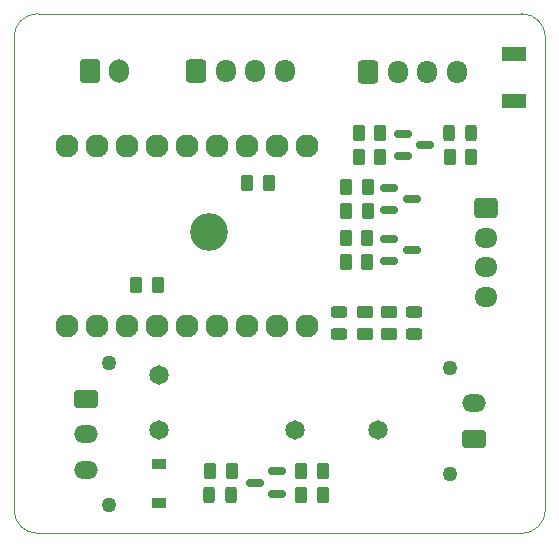
<source format=gts>
G04 #@! TF.GenerationSoftware,KiCad,Pcbnew,(6.0.7)*
G04 #@! TF.CreationDate,2022-12-11T16:42:55+01:00*
G04 #@! TF.ProjectId,StartStop_PCB,53746172-7453-4746-9f70-5f5043422e6b,rev?*
G04 #@! TF.SameCoordinates,Original*
G04 #@! TF.FileFunction,Soldermask,Top*
G04 #@! TF.FilePolarity,Negative*
%FSLAX46Y46*%
G04 Gerber Fmt 4.6, Leading zero omitted, Abs format (unit mm)*
G04 Created by KiCad (PCBNEW (6.0.7)) date 2022-12-11 16:42:55*
%MOMM*%
%LPD*%
G01*
G04 APERTURE LIST*
G04 Aperture macros list*
%AMRoundRect*
0 Rectangle with rounded corners*
0 $1 Rounding radius*
0 $2 $3 $4 $5 $6 $7 $8 $9 X,Y pos of 4 corners*
0 Add a 4 corners polygon primitive as box body*
4,1,4,$2,$3,$4,$5,$6,$7,$8,$9,$2,$3,0*
0 Add four circle primitives for the rounded corners*
1,1,$1+$1,$2,$3*
1,1,$1+$1,$4,$5*
1,1,$1+$1,$6,$7*
1,1,$1+$1,$8,$9*
0 Add four rect primitives between the rounded corners*
20,1,$1+$1,$2,$3,$4,$5,0*
20,1,$1+$1,$4,$5,$6,$7,0*
20,1,$1+$1,$6,$7,$8,$9,0*
20,1,$1+$1,$8,$9,$2,$3,0*%
G04 Aperture macros list end*
G04 #@! TA.AperFunction,Profile*
%ADD10C,0.100000*%
G04 #@! TD*
%ADD11RoundRect,0.250000X-0.600000X-0.750000X0.600000X-0.750000X0.600000X0.750000X-0.600000X0.750000X0*%
%ADD12O,1.700000X2.000000*%
%ADD13RoundRect,0.250000X-0.262500X-0.450000X0.262500X-0.450000X0.262500X0.450000X-0.262500X0.450000X0*%
%ADD14C,1.270000*%
%ADD15RoundRect,0.250001X-0.759999X0.499999X-0.759999X-0.499999X0.759999X-0.499999X0.759999X0.499999X0*%
%ADD16O,2.020000X1.500000*%
%ADD17R,2.000000X1.200000*%
%ADD18RoundRect,0.250000X0.450000X-0.262500X0.450000X0.262500X-0.450000X0.262500X-0.450000X-0.262500X0*%
%ADD19RoundRect,0.250000X-0.725000X0.600000X-0.725000X-0.600000X0.725000X-0.600000X0.725000X0.600000X0*%
%ADD20O,1.950000X1.700000*%
%ADD21RoundRect,0.150000X-0.587500X-0.150000X0.587500X-0.150000X0.587500X0.150000X-0.587500X0.150000X0*%
%ADD22C,1.955800*%
%ADD23RoundRect,0.250000X-0.600000X-0.725000X0.600000X-0.725000X0.600000X0.725000X-0.600000X0.725000X0*%
%ADD24O,1.700000X1.950000*%
%ADD25RoundRect,0.243750X-0.456250X0.243750X-0.456250X-0.243750X0.456250X-0.243750X0.456250X0.243750X0*%
%ADD26C,3.200000*%
%ADD27RoundRect,0.250000X0.262500X0.450000X-0.262500X0.450000X-0.262500X-0.450000X0.262500X-0.450000X0*%
%ADD28RoundRect,0.150000X0.587500X0.150000X-0.587500X0.150000X-0.587500X-0.150000X0.587500X-0.150000X0*%
%ADD29RoundRect,0.243750X0.243750X0.456250X-0.243750X0.456250X-0.243750X-0.456250X0.243750X-0.456250X0*%
%ADD30R,1.200000X0.900000*%
%ADD31C,1.650000*%
%ADD32RoundRect,0.243750X-0.243750X-0.456250X0.243750X-0.456250X0.243750X0.456250X-0.243750X0.456250X0*%
%ADD33RoundRect,0.250001X0.759999X-0.499999X0.759999X0.499999X-0.759999X0.499999X-0.759999X-0.499999X0*%
G04 APERTURE END LIST*
D10*
X144000000Y-81000000D02*
G75*
G03*
X146000000Y-79000000I0J2000000D01*
G01*
X103000000Y-37000000D02*
G75*
G03*
X101000000Y-39000000I0J-2000000D01*
G01*
X146000000Y-79000000D02*
X146000000Y-39000000D01*
X144000000Y-37000000D02*
X103000000Y-37000000D01*
X101000000Y-39000000D02*
X101000000Y-79000000D01*
X146000000Y-39000000D02*
G75*
G03*
X144000000Y-37000000I-2000000J0D01*
G01*
X101000000Y-79000000D02*
G75*
G03*
X103000000Y-81000000I2000000J0D01*
G01*
X103000000Y-81000000D02*
X144000000Y-81000000D01*
D11*
X107436600Y-41893000D03*
D12*
X109936600Y-41893000D03*
D13*
X129112000Y-51689000D03*
X130937000Y-51689000D03*
D14*
X109021000Y-78596000D03*
X109021000Y-66596000D03*
D15*
X107061000Y-69596000D03*
D16*
X107061000Y-72596000D03*
X107061000Y-75596000D03*
D17*
X143332200Y-40418000D03*
X143332200Y-44418000D03*
D18*
X132715000Y-64080000D03*
X132715000Y-62255000D03*
D19*
X140970000Y-53467000D03*
D20*
X140970000Y-55967000D03*
X140970000Y-58467000D03*
X140970000Y-60967000D03*
D13*
X125325500Y-77724000D03*
X127150500Y-77724000D03*
D21*
X133960000Y-47183000D03*
X133960000Y-49083000D03*
X135835000Y-48133000D03*
X132787250Y-56073000D03*
X132787250Y-57973000D03*
X134662250Y-57023000D03*
D13*
X137898500Y-49149000D03*
X139723500Y-49149000D03*
D22*
X105535191Y-48185000D03*
X108075191Y-48185000D03*
X110615191Y-48185000D03*
X113155191Y-48185000D03*
X115695191Y-48185000D03*
X118235191Y-48185000D03*
X120775191Y-48185000D03*
X123315191Y-48185000D03*
X125855191Y-48185000D03*
X125855191Y-63425000D03*
X123315191Y-63425000D03*
X120775191Y-63425000D03*
X118235191Y-63425000D03*
X115695191Y-63425000D03*
X113155191Y-63425000D03*
X110615191Y-63425000D03*
X108075191Y-63425000D03*
X105535191Y-63425000D03*
D23*
X116448200Y-41884600D03*
D24*
X118948200Y-41884600D03*
X121448200Y-41884600D03*
X123948200Y-41884600D03*
D25*
X134874000Y-62230000D03*
X134874000Y-64105000D03*
D13*
X129105750Y-58039000D03*
X130930750Y-58039000D03*
X117627000Y-75692000D03*
X119452000Y-75692000D03*
D26*
X117500000Y-55500000D03*
D27*
X132000000Y-49149000D03*
X130175000Y-49149000D03*
X130930750Y-56007000D03*
X129105750Y-56007000D03*
X127150500Y-75692000D03*
X125325500Y-75692000D03*
D28*
X123287000Y-77658000D03*
X123287000Y-75758000D03*
X121412000Y-76708000D03*
D29*
X119405000Y-77724000D03*
X117530000Y-77724000D03*
D23*
X130997000Y-41923000D03*
D24*
X133497000Y-41923000D03*
X135997000Y-41923000D03*
X138497000Y-41923000D03*
D27*
X130937000Y-53721000D03*
X129112000Y-53721000D03*
D30*
X113284000Y-78434600D03*
X113284000Y-75134600D03*
D18*
X130683000Y-64080000D03*
X130683000Y-62255000D03*
D13*
X130175000Y-47117000D03*
X132000000Y-47117000D03*
X111355500Y-59944000D03*
X113180500Y-59944000D03*
D31*
X113323000Y-67576600D03*
X113323000Y-72276600D03*
X124823000Y-72276600D03*
X131823000Y-72276600D03*
D25*
X128524000Y-62230000D03*
X128524000Y-64105000D03*
D21*
X132793500Y-51755000D03*
X132793500Y-53655000D03*
X134668500Y-52705000D03*
D32*
X137848500Y-47117000D03*
X139723500Y-47117000D03*
D14*
X137960000Y-76001000D03*
X137960000Y-67001000D03*
D33*
X139920000Y-73001000D03*
D16*
X139920000Y-70001000D03*
D13*
X120753500Y-51308000D03*
X122578500Y-51308000D03*
M02*

</source>
